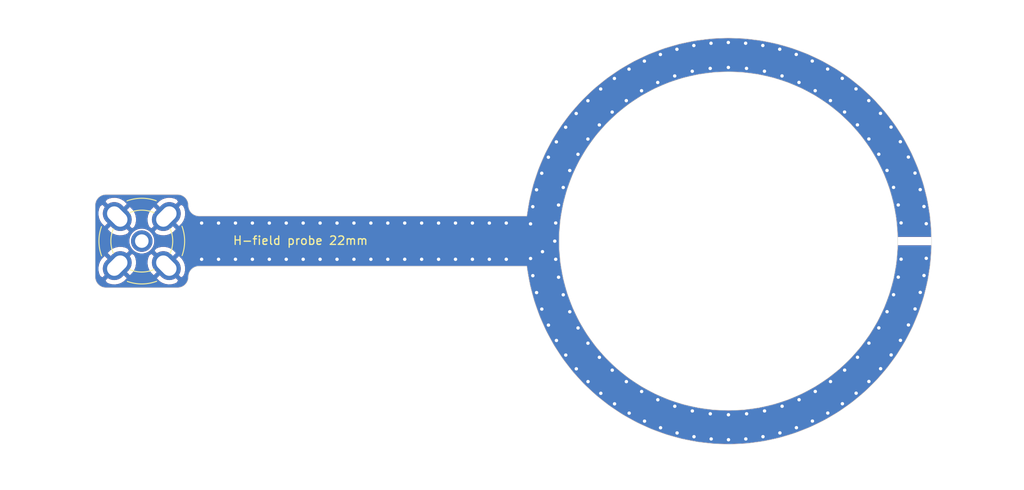
<source format=kicad_pcb>
(kicad_pcb (version 20171130) (host pcbnew "(5.1.5)-3")

  (general
    (thickness 1.6)
    (drawings 22)
    (tracks 169)
    (zones 0)
    (modules 1)
    (nets 3)
  )

  (page A4)
  (layers
    (0 F.Cu signal)
    (1 In1.Cu signal)
    (2 In2.Cu signal)
    (31 B.Cu signal)
    (32 B.Adhes user)
    (33 F.Adhes user)
    (34 B.Paste user)
    (35 F.Paste user)
    (36 B.SilkS user)
    (37 F.SilkS user)
    (38 B.Mask user)
    (39 F.Mask user)
    (40 Dwgs.User user)
    (41 Cmts.User user)
    (42 Eco1.User user)
    (43 Eco2.User user)
    (44 Edge.Cuts user)
    (45 Margin user)
    (46 B.CrtYd user)
    (47 F.CrtYd user)
    (48 B.Fab user hide)
    (49 F.Fab user hide)
  )

  (setup
    (last_trace_width 0.706149)
    (user_trace_width 0.23495)
    (trace_clearance 0.1)
    (zone_clearance 0)
    (zone_45_only no)
    (trace_min 0.2)
    (via_size 0.8)
    (via_drill 0.4)
    (via_min_size 0.4)
    (via_min_drill 0.3)
    (uvia_size 0.3)
    (uvia_drill 0.1)
    (uvias_allowed no)
    (uvia_min_size 0.2)
    (uvia_min_drill 0.1)
    (edge_width 0.05)
    (segment_width 0.2)
    (pcb_text_width 0.3)
    (pcb_text_size 1.5 1.5)
    (mod_edge_width 0.12)
    (mod_text_size 1 1)
    (mod_text_width 0.15)
    (pad_size 2.54 2.54)
    (pad_drill 1.6)
    (pad_to_mask_clearance 0.051)
    (solder_mask_min_width 0.25)
    (aux_axis_origin 0 0)
    (visible_elements 7FFFFF7F)
    (pcbplotparams
      (layerselection 0x010fc_ffffffff)
      (usegerberextensions false)
      (usegerberattributes false)
      (usegerberadvancedattributes false)
      (creategerberjobfile false)
      (excludeedgelayer true)
      (linewidth 0.100000)
      (plotframeref false)
      (viasonmask false)
      (mode 1)
      (useauxorigin false)
      (hpglpennumber 1)
      (hpglpenspeed 20)
      (hpglpendiameter 15.000000)
      (psnegative false)
      (psa4output false)
      (plotreference true)
      (plotvalue true)
      (plotinvisibletext false)
      (padsonsilk false)
      (subtractmaskfromsilk false)
      (outputformat 1)
      (mirror false)
      (drillshape 1)
      (scaleselection 1)
      (outputdirectory ""))
  )

  (net 0 "")
  (net 1 "Net-(J1-Pad1)")
  (net 2 GND)

  (net_class Default "This is the default net class."
    (clearance 0.1)
    (trace_width 0.706149)
    (via_dia 0.8)
    (via_drill 0.4)
    (uvia_dia 0.3)
    (uvia_drill 0.1)
    (add_net GND)
    (add_net "Net-(J1-Pad1)")
  )

  (module _Custom:BNC_SMA_Vertical (layer F.Cu) (tedit 5E57CA4A) (tstamp 5E56994B)
    (at 110.88 96.27)
    (descr "BNC female PCB mount 4 pin straight chassis connector http://www.te.com/usa-en/product-1-1478204-0.html")
    (tags "BNC female PCB mount 4 pin straight chassis connector ")
    (path /5E569AC0)
    (fp_text reference J1 (at -4.32 0 90) (layer F.SilkS) hide
      (effects (font (size 1 1) (thickness 0.15)))
    )
    (fp_text value Conn_Coaxial (at 0 6.5) (layer F.Fab)
      (effects (font (size 1 1) (thickness 0.15)))
    )
    (fp_arc (start 0 0) (end 1.45 3.355) (angle 46.74710926) (layer F.SilkS) (width 0.12))
    (fp_arc (start 0 0) (end -1.45 -3.355) (angle 46.74710926) (layer F.SilkS) (width 0.12))
    (fp_arc (start 0 0) (end -3.355 1.45) (angle 46.74710926) (layer F.SilkS) (width 0.12))
    (fp_arc (start 0 0) (end 3.355 -1.45) (angle 46.74710926) (layer F.SilkS) (width 0.12))
    (fp_circle (center 0 0) (end 3.175 0) (layer F.Fab) (width 0.1))
    (fp_arc (start 0 0) (end -1.75 -4.75) (angle 40) (layer F.SilkS) (width 0.12))
    (fp_arc (start 0 0) (end 4.75 -1.75) (angle 40) (layer F.SilkS) (width 0.12))
    (fp_arc (start 0 0) (end 1.75 4.75) (angle 40) (layer F.SilkS) (width 0.12))
    (fp_arc (start 0 0) (end -4.75 1.75) (angle 40) (layer F.SilkS) (width 0.12))
    (fp_circle (center 0 0) (end 4.8 0) (layer F.Fab) (width 0.1))
    (fp_line (start -5.5 -5.5) (end 5.5 -5.5) (layer F.CrtYd) (width 0.05))
    (fp_line (start -5.5 5.5) (end -5.5 -5.5) (layer F.CrtYd) (width 0.05))
    (fp_line (start 5.5 5.5) (end -5.5 5.5) (layer F.CrtYd) (width 0.05))
    (fp_line (start 5.5 -5.5) (end 5.5 5.5) (layer F.CrtYd) (width 0.05))
    (fp_text user %R (at 0 0) (layer F.Fab)
      (effects (font (size 1 1) (thickness 0.15)))
    )
    (pad 2 thru_hole oval (at 2.9 2.9 45) (size 2.7 3.7) (drill oval 1.7 2.7) (layers *.Cu *.Mask)
      (net 2 GND))
    (pad 2 thru_hole oval (at -2.9 2.9 315) (size 2.7 3.7) (drill oval 1.7 2.7) (layers *.Cu *.Mask)
      (net 2 GND))
    (pad 2 thru_hole oval (at 2.9 -2.9 315) (size 2.7 3.7) (drill oval 1.7 2.7) (layers *.Cu *.Mask)
      (net 2 GND))
    (pad 1 thru_hole circle (at 0 0) (size 2.54 2.54) (drill 1.6) (layers *.Cu *.Mask)
      (net 1 "Net-(J1-Pad1)") (clearance 0.2))
    (pad 2 thru_hole oval (at -2.9 -2.9 45) (size 2.7 3.7) (drill oval 1.7 2.7) (layers *.Cu *.Mask)
      (net 2 GND))
    (model ${KISYS3DMOD}/Connector_Coaxial.3dshapes/BNC_TEConnectivity_1478204_Vertical.wrl
      (at (xyz 0 0 0))
      (scale (xyz 1 1 1))
      (rotate (xyz 0 0 0))
    )
  )

  (gr_circle (center 180.2 96.27) (end 202.2 96.27) (layer Cmts.User) (width 0.01) (tstamp 5E57DB79))
  (gr_circle (center 180.2 96.27) (end 204.2 96.27) (layer Cmts.User) (width 0.01) (tstamp 5E57DB77))
  (dimension 40 (width 0.15) (layer Cmts.User)
    (gr_text "40.000 mm" (at 136.38 108.94) (layer Cmts.User)
      (effects (font (size 1 1) (thickness 0.15)))
    )
    (feature1 (pts (xy 156.38 93.31) (xy 156.38 108.226421)))
    (feature2 (pts (xy 116.38 93.31) (xy 116.38 108.226421)))
    (crossbar (pts (xy 116.38 107.64) (xy 156.38 107.64)))
    (arrow1a (pts (xy 156.38 107.64) (xy 155.253496 108.226421)))
    (arrow1b (pts (xy 156.38 107.64) (xy 155.253496 107.053579)))
    (arrow2a (pts (xy 116.38 107.64) (xy 117.506504 108.226421)))
    (arrow2b (pts (xy 116.38 107.64) (xy 117.506504 107.053579)))
  )
  (dimension 11 (width 0.12) (layer Cmts.User) (tstamp 5E57C759)
    (gr_text "11.000 mm" (at 116.38 104.68) (layer Cmts.User) (tstamp 5E57C759)
      (effects (font (size 1 1) (thickness 0.15)))
    )
    (feature1 (pts (xy 121.88 96.27) (xy 121.88 103.996421)))
    (feature2 (pts (xy 110.88 96.27) (xy 110.88 103.996421)))
    (crossbar (pts (xy 110.88 103.41) (xy 121.88 103.41)))
    (arrow1a (pts (xy 121.88 103.41) (xy 120.753496 103.996421)))
    (arrow1b (pts (xy 121.88 103.41) (xy 120.753496 102.823579)))
    (arrow2a (pts (xy 110.88 103.41) (xy 112.006504 103.996421)))
    (arrow2b (pts (xy 110.88 103.41) (xy 112.006504 102.823579)))
  )
  (gr_circle (center 180.2 96.27) (end 200.2 96.27) (layer Edge.Cuts) (width 0.05) (tstamp 5E57BFE1))
  (gr_arc (start 180.2 96.27) (end 156.38 99.23) (angle -345.8328673) (layer Edge.Cuts) (width 0.05) (tstamp 5E57C065))
  (gr_arc (start 180.2 96.27) (end 158.23 97.52) (angle -356.7436234) (layer In1.Cu) (width 0.23495) (tstamp 5E57C322))
  (gr_text "H-field probe 22mm" (at 121.58 96.2075) (layer F.SilkS)
    (effects (font (size 1 1) (thickness 0.15)) (justify left))
  )
  (dimension 2.96 (width 0.15) (layer Cmts.User)
    (gr_text "2.960 mm" (at 117.925 94.79 90) (layer Cmts.User)
      (effects (font (size 0.3 0.3) (thickness 0.075)))
    )
    (feature1 (pts (xy 119.655 93.31) (xy 118.563579 93.31)))
    (feature2 (pts (xy 119.655 96.27) (xy 118.563579 96.27)))
    (crossbar (pts (xy 119.15 96.27) (xy 119.15 93.31)))
    (arrow1a (pts (xy 119.15 93.31) (xy 119.736421 94.436504)))
    (arrow1b (pts (xy 119.15 93.31) (xy 118.563579 94.436504)))
    (arrow2a (pts (xy 119.15 96.27) (xy 119.736421 95.143496)))
    (arrow2b (pts (xy 119.15 96.27) (xy 118.563579 95.143496)))
  )
  (dimension 5.5 (width 0.15) (layer Cmts.User)
    (gr_text "5.500 mm" (at 101.65 93.52 90) (layer Cmts.User)
      (effects (font (size 0.7 0.7) (thickness 0.15)))
    )
    (feature1 (pts (xy 110.88 90.77) (xy 102.363579 90.77)))
    (feature2 (pts (xy 110.88 96.27) (xy 102.363579 96.27)))
    (crossbar (pts (xy 102.95 96.27) (xy 102.95 90.77)))
    (arrow1a (pts (xy 102.95 90.77) (xy 103.536421 91.896504)))
    (arrow1b (pts (xy 102.95 90.77) (xy 102.363579 91.896504)))
    (arrow2a (pts (xy 102.95 96.27) (xy 103.536421 95.143496)))
    (arrow2b (pts (xy 102.95 96.27) (xy 102.363579 95.143496)))
  )
  (gr_line (start 117.649999 93.310002) (end 156.38 93.31) (layer Edge.Cuts) (width 0.05) (tstamp 5E569BFD))
  (gr_line (start 117.650001 99.230002) (end 156.38 99.23) (layer Edge.Cuts) (width 0.05))
  (gr_line (start 106.649998 101.77) (end 115.109999 101.77) (layer Edge.Cuts) (width 0.05) (tstamp 5E569BED))
  (gr_arc (start 117.65 92.040002) (end 116.38 92.040001) (angle -90) (layer Edge.Cuts) (width 0.05) (tstamp 5E569BDC))
  (gr_arc (start 115.11 92.04) (end 116.38 92.040001) (angle -90) (layer Edge.Cuts) (width 0.05) (tstamp 5E569BD3))
  (gr_arc (start 117.65 100.500002) (end 117.650001 99.230002) (angle -90) (layer Edge.Cuts) (width 0.05) (tstamp 5E569BB2))
  (gr_arc (start 115.11 100.5) (end 115.109999 101.77) (angle -90) (layer Edge.Cuts) (width 0.05) (tstamp 5E569BA8))
  (gr_arc (start 106.65 100.500001) (end 105.38 100.5) (angle -90) (layer Edge.Cuts) (width 0.05) (tstamp 5E569B8F))
  (gr_arc (start 106.65 92.04) (end 106.65 90.77) (angle -90) (layer Edge.Cuts) (width 0.05) (tstamp 5E569C32))
  (dimension 11 (width 0.15) (layer Cmts.User)
    (gr_text "11.000 mm" (at 97.79 96.27 270) (layer Cmts.User)
      (effects (font (size 1 1) (thickness 0.15)))
    )
    (feature1 (pts (xy 105.38 101.77) (xy 98.503579 101.77)))
    (feature2 (pts (xy 105.38 90.77) (xy 98.503579 90.77)))
    (crossbar (pts (xy 99.09 90.77) (xy 99.09 101.77)))
    (arrow1a (pts (xy 99.09 101.77) (xy 98.503579 100.643496)))
    (arrow1b (pts (xy 99.09 101.77) (xy 99.676421 100.643496)))
    (arrow2a (pts (xy 99.09 90.77) (xy 98.503579 91.896504)))
    (arrow2b (pts (xy 99.09 90.77) (xy 99.676421 91.896504)))
  )
  (gr_line (start 105.38 100.5) (end 105.38 92.04) (layer Edge.Cuts) (width 0.05) (tstamp 5E569963))
  (gr_line (start 106.65 90.77) (end 115.110001 90.77) (layer Edge.Cuts) (width 0.05))

  (segment (start 110.88 96.27) (end 158.19 96.27) (width 0.23495) (layer In1.Cu) (net 1))
  (via (at 158.23 97.52) (size 0.8) (drill 0.4) (layers F.Cu B.Cu) (net 2) (tstamp 5E57C329))
  (via (at 153.95 98.42) (size 0.8) (drill 0.4) (layers F.Cu B.Cu) (net 2) (tstamp 5E57BF42))
  (via (at 151.95 98.42) (size 0.8) (drill 0.4) (layers F.Cu B.Cu) (net 2) (tstamp 5E57BF44))
  (via (at 149.95 98.42) (size 0.8) (drill 0.4) (layers F.Cu B.Cu) (net 2) (tstamp 5E57BF46))
  (via (at 147.95 98.42) (size 0.8) (drill 0.4) (layers F.Cu B.Cu) (net 2) (tstamp 5E57BF48))
  (via (at 145.95 98.42) (size 0.8) (drill 0.4) (layers F.Cu B.Cu) (net 2) (tstamp 5E57BF4A))
  (via (at 143.95 98.42) (size 0.8) (drill 0.4) (layers F.Cu B.Cu) (net 2) (tstamp 5E57BF4C))
  (via (at 141.95 98.42) (size 0.8) (drill 0.4) (layers F.Cu B.Cu) (net 2) (tstamp 5E57BF4E))
  (via (at 139.95 98.42) (size 0.8) (drill 0.4) (layers F.Cu B.Cu) (net 2) (tstamp 5E57BF50))
  (via (at 137.95 98.42) (size 0.8) (drill 0.4) (layers F.Cu B.Cu) (net 2) (tstamp 5E57BF52))
  (via (at 135.95 98.42) (size 0.8) (drill 0.4) (layers F.Cu B.Cu) (net 2) (tstamp 5E57BF54))
  (via (at 133.95 98.42) (size 0.8) (drill 0.4) (layers F.Cu B.Cu) (net 2) (tstamp 5E57BF56))
  (via (at 131.95 98.42) (size 0.8) (drill 0.4) (layers F.Cu B.Cu) (net 2) (tstamp 5E57BF58))
  (via (at 129.95 98.42) (size 0.8) (drill 0.4) (layers F.Cu B.Cu) (net 2) (tstamp 5E57BF5A))
  (via (at 127.95 98.42) (size 0.8) (drill 0.4) (layers F.Cu B.Cu) (net 2) (tstamp 5E57BF5C))
  (via (at 125.95 98.42) (size 0.8) (drill 0.4) (layers F.Cu B.Cu) (net 2) (tstamp 5E57BF5E))
  (via (at 123.95 98.42) (size 0.8) (drill 0.4) (layers F.Cu B.Cu) (net 2) (tstamp 5E57BF60))
  (via (at 121.95 98.42) (size 0.8) (drill 0.4) (layers F.Cu B.Cu) (net 2) (tstamp 5E57BF62))
  (via (at 119.95 98.42) (size 0.8) (drill 0.4) (layers F.Cu B.Cu) (net 2) (tstamp 5E57BF64))
  (via (at 117.95 98.42) (size 0.8) (drill 0.4) (layers F.Cu B.Cu) (net 2) (tstamp 5E57BF66))
  (via (at 153.95 94.14) (size 0.8) (drill 0.4) (layers F.Cu B.Cu) (net 2) (tstamp 5E57BF96))
  (via (at 151.95 94.14) (size 0.8) (drill 0.4) (layers F.Cu B.Cu) (net 2) (tstamp 5E57BF98))
  (via (at 149.95 94.14) (size 0.8) (drill 0.4) (layers F.Cu B.Cu) (net 2) (tstamp 5E57BF9A))
  (via (at 147.95 94.14) (size 0.8) (drill 0.4) (layers F.Cu B.Cu) (net 2) (tstamp 5E57BF9C))
  (via (at 145.95 94.14) (size 0.8) (drill 0.4) (layers F.Cu B.Cu) (net 2) (tstamp 5E57BF9E))
  (via (at 143.95 94.14) (size 0.8) (drill 0.4) (layers F.Cu B.Cu) (net 2) (tstamp 5E57BFA0))
  (via (at 141.95 94.14) (size 0.8) (drill 0.4) (layers F.Cu B.Cu) (net 2) (tstamp 5E57BFA2))
  (via (at 139.95 94.14) (size 0.8) (drill 0.4) (layers F.Cu B.Cu) (net 2) (tstamp 5E57BFA4))
  (via (at 137.95 94.14) (size 0.8) (drill 0.4) (layers F.Cu B.Cu) (net 2) (tstamp 5E57BFA6))
  (via (at 135.95 94.14) (size 0.8) (drill 0.4) (layers F.Cu B.Cu) (net 2) (tstamp 5E57BFA8))
  (via (at 133.95 94.14) (size 0.8) (drill 0.4) (layers F.Cu B.Cu) (net 2) (tstamp 5E57BFAA))
  (via (at 131.95 94.14) (size 0.8) (drill 0.4) (layers F.Cu B.Cu) (net 2) (tstamp 5E57BFAC))
  (via (at 129.95 94.14) (size 0.8) (drill 0.4) (layers F.Cu B.Cu) (net 2) (tstamp 5E57BFAE))
  (via (at 127.95 94.14) (size 0.8) (drill 0.4) (layers F.Cu B.Cu) (net 2) (tstamp 5E57BFB0))
  (via (at 125.95 94.14) (size 0.8) (drill 0.4) (layers F.Cu B.Cu) (net 2) (tstamp 5E57BFB2))
  (via (at 123.95 94.14) (size 0.8) (drill 0.4) (layers F.Cu B.Cu) (net 2) (tstamp 5E57BFB4))
  (via (at 121.95 94.14) (size 0.8) (drill 0.4) (layers F.Cu B.Cu) (net 2) (tstamp 5E57BFB6))
  (via (at 119.95 94.14) (size 0.8) (drill 0.4) (layers F.Cu B.Cu) (net 2) (tstamp 5E57BFB8))
  (via (at 117.95 94.14) (size 0.8) (drill 0.4) (layers F.Cu B.Cu) (net 2) (tstamp 5E57BFBA))
  (via (at 159.68 96.275) (size 0.8) (drill 0.4) (layers F.Cu B.Cu) (net 2) (tstamp 5E57CA05))
  (via (at 156.820182 98.325507) (size 0.8) (drill 0.4) (layers F.Cu B.Cu) (net 2) (tstamp 5E57C406))
  (via (at 157.088299 100.355371) (size 0.8) (drill 0.4) (layers F.Cu B.Cu) (net 2) (tstamp 5E57C408))
  (via (at 157.532309 102.354142) (size 0.8) (drill 0.4) (layers F.Cu B.Cu) (net 2) (tstamp 5E57C40A))
  (via (at 158.148834 104.30661) (size 0.8) (drill 0.4) (layers F.Cu B.Cu) (net 2) (tstamp 5E57C40C))
  (via (at 158.933182 106.197914) (size 0.8) (drill 0.4) (layers F.Cu B.Cu) (net 2) (tstamp 5E57C40E))
  (via (at 159.879384 108.01366) (size 0.8) (drill 0.4) (layers F.Cu B.Cu) (net 2) (tstamp 5E57C410))
  (via (at 160.980237 109.74003) (size 0.8) (drill 0.4) (layers F.Cu B.Cu) (net 2) (tstamp 5E57C412))
  (via (at 162.227365 111.363886) (size 0.8) (drill 0.4) (layers F.Cu B.Cu) (net 2) (tstamp 5E57C414))
  (via (at 163.611275 112.872867) (size 0.8) (drill 0.4) (layers F.Cu B.Cu) (net 2) (tstamp 5E57C416))
  (via (at 165.121435 114.255491) (size 0.8) (drill 0.4) (layers F.Cu B.Cu) (net 2) (tstamp 5E57C418))
  (via (at 166.746353 115.501234) (size 0.8) (drill 0.4) (layers F.Cu B.Cu) (net 2) (tstamp 5E57C41A))
  (via (at 168.47366 116.600616) (size 0.8) (drill 0.4) (layers F.Cu B.Cu) (net 2) (tstamp 5E57C41C))
  (via (at 170.290212 117.54527) (size 0.8) (drill 0.4) (layers F.Cu B.Cu) (net 2) (tstamp 5E57C41E))
  (via (at 172.182184 118.328006) (size 0.8) (drill 0.4) (layers F.Cu B.Cu) (net 2) (tstamp 5E57C420))
  (via (at 174.135176 118.942867) (size 0.8) (drill 0.4) (layers F.Cu B.Cu) (net 2) (tstamp 5E57C422))
  (via (at 176.134325 119.385174) (size 0.8) (drill 0.4) (layers F.Cu B.Cu) (net 2) (tstamp 5E57C424))
  (via (at 178.164417 119.651561) (size 0.8) (drill 0.4) (layers F.Cu B.Cu) (net 2) (tstamp 5E57C426))
  (via (at 180.21 119.74) (size 0.8) (drill 0.4) (layers F.Cu B.Cu) (net 2) (tstamp 5E57C428))
  (via (at 182.255507 119.649818) (size 0.8) (drill 0.4) (layers F.Cu B.Cu) (net 2) (tstamp 5E57C42A))
  (via (at 184.285371 119.381701) (size 0.8) (drill 0.4) (layers F.Cu B.Cu) (net 2) (tstamp 5E57C42C))
  (via (at 186.284142 118.937691) (size 0.8) (drill 0.4) (layers F.Cu B.Cu) (net 2) (tstamp 5E57C42E))
  (via (at 188.23661 118.321166) (size 0.8) (drill 0.4) (layers F.Cu B.Cu) (net 2) (tstamp 5E57C430))
  (via (at 190.127914 117.536818) (size 0.8) (drill 0.4) (layers F.Cu B.Cu) (net 2) (tstamp 5E57C432))
  (via (at 191.94366 116.590616) (size 0.8) (drill 0.4) (layers F.Cu B.Cu) (net 2) (tstamp 5E57C434))
  (via (at 193.67003 115.489763) (size 0.8) (drill 0.4) (layers F.Cu B.Cu) (net 2) (tstamp 5E57C436))
  (via (at 195.293886 114.242635) (size 0.8) (drill 0.4) (layers F.Cu B.Cu) (net 2) (tstamp 5E57C438))
  (via (at 196.802867 112.858725) (size 0.8) (drill 0.4) (layers F.Cu B.Cu) (net 2) (tstamp 5E57C43A))
  (via (at 198.185491 111.348565) (size 0.8) (drill 0.4) (layers F.Cu B.Cu) (net 2) (tstamp 5E57C43C))
  (via (at 199.431234 109.723647) (size 0.8) (drill 0.4) (layers F.Cu B.Cu) (net 2) (tstamp 5E57C43E))
  (via (at 200.530616 107.99634) (size 0.8) (drill 0.4) (layers F.Cu B.Cu) (net 2) (tstamp 5E57C440))
  (via (at 201.47527 106.179788) (size 0.8) (drill 0.4) (layers F.Cu B.Cu) (net 2) (tstamp 5E57C442))
  (via (at 202.258006 104.287816) (size 0.8) (drill 0.4) (layers F.Cu B.Cu) (net 2) (tstamp 5E57C444))
  (via (at 202.872867 102.334824) (size 0.8) (drill 0.4) (layers F.Cu B.Cu) (net 2) (tstamp 5E57C446))
  (via (at 203.315174 100.335675) (size 0.8) (drill 0.4) (layers F.Cu B.Cu) (net 2) (tstamp 5E57C448))
  (via (at 203.581561 98.305583) (size 0.8) (drill 0.4) (layers F.Cu B.Cu) (net 2) (tstamp 5E57C44A))
  (via (at 203.579818 94.214493) (size 0.8) (drill 0.4) (layers F.Cu B.Cu) (net 2) (tstamp 5E57C44E))
  (via (at 203.311701 92.184629) (size 0.8) (drill 0.4) (layers F.Cu B.Cu) (net 2) (tstamp 5E57C450))
  (via (at 202.867691 90.185858) (size 0.8) (drill 0.4) (layers F.Cu B.Cu) (net 2) (tstamp 5E57C452))
  (via (at 202.251166 88.23339) (size 0.8) (drill 0.4) (layers F.Cu B.Cu) (net 2) (tstamp 5E57C454))
  (via (at 201.466818 86.342086) (size 0.8) (drill 0.4) (layers F.Cu B.Cu) (net 2) (tstamp 5E57C456))
  (via (at 200.520616 84.52634) (size 0.8) (drill 0.4) (layers F.Cu B.Cu) (net 2) (tstamp 5E57C458))
  (via (at 199.419763 82.79997) (size 0.8) (drill 0.4) (layers F.Cu B.Cu) (net 2) (tstamp 5E57C45A))
  (via (at 198.172635 81.176114) (size 0.8) (drill 0.4) (layers F.Cu B.Cu) (net 2) (tstamp 5E57C45C))
  (via (at 196.788725 79.667133) (size 0.8) (drill 0.4) (layers F.Cu B.Cu) (net 2) (tstamp 5E57C45E))
  (via (at 195.278565 78.284509) (size 0.8) (drill 0.4) (layers F.Cu B.Cu) (net 2) (tstamp 5E57C460))
  (via (at 193.653647 77.038766) (size 0.8) (drill 0.4) (layers F.Cu B.Cu) (net 2) (tstamp 5E57C462))
  (via (at 191.92634 75.939384) (size 0.8) (drill 0.4) (layers F.Cu B.Cu) (net 2) (tstamp 5E57C464))
  (via (at 190.109788 74.99473) (size 0.8) (drill 0.4) (layers F.Cu B.Cu) (net 2) (tstamp 5E57C466))
  (via (at 188.217816 74.211994) (size 0.8) (drill 0.4) (layers F.Cu B.Cu) (net 2) (tstamp 5E57C468))
  (via (at 186.264824 73.597133) (size 0.8) (drill 0.4) (layers F.Cu B.Cu) (net 2) (tstamp 5E57C46A))
  (via (at 184.265675 73.154826) (size 0.8) (drill 0.4) (layers F.Cu B.Cu) (net 2) (tstamp 5E57C46C))
  (via (at 182.235583 72.888439) (size 0.8) (drill 0.4) (layers F.Cu B.Cu) (net 2) (tstamp 5E57C46E))
  (via (at 180.19 72.8) (size 0.8) (drill 0.4) (layers F.Cu B.Cu) (net 2) (tstamp 5E57C470))
  (via (at 178.144493 72.890182) (size 0.8) (drill 0.4) (layers F.Cu B.Cu) (net 2) (tstamp 5E57C472))
  (via (at 176.114629 73.158299) (size 0.8) (drill 0.4) (layers F.Cu B.Cu) (net 2) (tstamp 5E57C474))
  (via (at 174.115858 73.602309) (size 0.8) (drill 0.4) (layers F.Cu B.Cu) (net 2) (tstamp 5E57C476))
  (via (at 172.16339 74.218834) (size 0.8) (drill 0.4) (layers F.Cu B.Cu) (net 2) (tstamp 5E57C478))
  (via (at 170.272086 75.003182) (size 0.8) (drill 0.4) (layers F.Cu B.Cu) (net 2) (tstamp 5E57C47A))
  (via (at 168.45634 75.949384) (size 0.8) (drill 0.4) (layers F.Cu B.Cu) (net 2) (tstamp 5E57C47C))
  (via (at 166.72997 77.050237) (size 0.8) (drill 0.4) (layers F.Cu B.Cu) (net 2) (tstamp 5E57C47E))
  (via (at 165.106114 78.297365) (size 0.8) (drill 0.4) (layers F.Cu B.Cu) (net 2) (tstamp 5E57C480))
  (via (at 163.597133 79.681275) (size 0.8) (drill 0.4) (layers F.Cu B.Cu) (net 2) (tstamp 5E57C482))
  (via (at 162.214509 81.191435) (size 0.8) (drill 0.4) (layers F.Cu B.Cu) (net 2) (tstamp 5E57C484))
  (via (at 160.968766 82.816353) (size 0.8) (drill 0.4) (layers F.Cu B.Cu) (net 2) (tstamp 5E57C486))
  (via (at 159.869384 84.54366) (size 0.8) (drill 0.4) (layers F.Cu B.Cu) (net 2) (tstamp 5E57C488))
  (via (at 158.92473 86.360212) (size 0.8) (drill 0.4) (layers F.Cu B.Cu) (net 2) (tstamp 5E57C48A))
  (via (at 158.141994 88.252184) (size 0.8) (drill 0.4) (layers F.Cu B.Cu) (net 2) (tstamp 5E57C48C))
  (via (at 157.527133 90.205176) (size 0.8) (drill 0.4) (layers F.Cu B.Cu) (net 2) (tstamp 5E57C48E))
  (via (at 157.084826 92.204325) (size 0.8) (drill 0.4) (layers F.Cu B.Cu) (net 2) (tstamp 5E57C490))
  (via (at 156.818439 94.234417) (size 0.8) (drill 0.4) (layers F.Cu B.Cu) (net 2) (tstamp 5E57C492))
  (via (at 159.792933 98.419897) (size 0.8) (drill 0.4) (layers F.Cu B.Cu) (net 2) (tstamp 5E57C4B6))
  (via (at 160.129451 100.541239) (size 0.8) (drill 0.4) (layers F.Cu B.Cu) (net 2) (tstamp 5E57C4B8))
  (via (at 160.685865 102.615784) (size 0.8) (drill 0.4) (layers F.Cu B.Cu) (net 2) (tstamp 5E57C4BA))
  (via (at 161.456081 104.620804) (size 0.8) (drill 0.4) (layers F.Cu B.Cu) (net 2) (tstamp 5E57C4BC))
  (via (at 162.431659 106.53433) (size 0.8) (drill 0.4) (layers F.Cu B.Cu) (net 2) (tstamp 5E57C4BE))
  (via (at 163.60191 108.335398) (size 0.8) (drill 0.4) (layers F.Cu B.Cu) (net 2) (tstamp 5E57C4C0))
  (via (at 164.954014 110.004276) (size 0.8) (drill 0.4) (layers F.Cu B.Cu) (net 2) (tstamp 5E57C4C2))
  (via (at 166.473156 111.522677) (size 0.8) (drill 0.4) (layers F.Cu B.Cu) (net 2) (tstamp 5E57C4C4))
  (via (at 168.142692 112.873968) (size 0.8) (drill 0.4) (layers F.Cu B.Cu) (net 2) (tstamp 5E57C4C6))
  (via (at 169.94433 114.043341) (size 0.8) (drill 0.4) (layers F.Cu B.Cu) (net 2) (tstamp 5E57C4C8))
  (via (at 171.858332 115.017986) (size 0.8) (drill 0.4) (layers F.Cu B.Cu) (net 2) (tstamp 5E57C4CA))
  (via (at 173.863727 115.787225) (size 0.8) (drill 0.4) (layers F.Cu B.Cu) (net 2) (tstamp 5E57C4CC))
  (via (at 175.938543 116.342628) (size 0.8) (drill 0.4) (layers F.Cu B.Cu) (net 2) (tstamp 5E57C4CE))
  (via (at 178.060049 116.678112) (size 0.8) (drill 0.4) (layers F.Cu B.Cu) (net 2) (tstamp 5E57C4D0))
  (via (at 180.205 116.79) (size 0.8) (drill 0.4) (layers F.Cu B.Cu) (net 2) (tstamp 5E57C4D2))
  (via (at 182.349897 116.677067) (size 0.8) (drill 0.4) (layers F.Cu B.Cu) (net 2) (tstamp 5E57C4D4))
  (via (at 184.471239 116.340549) (size 0.8) (drill 0.4) (layers F.Cu B.Cu) (net 2) (tstamp 5E57C4D6))
  (via (at 186.545784 115.784135) (size 0.8) (drill 0.4) (layers F.Cu B.Cu) (net 2) (tstamp 5E57C4D8))
  (via (at 188.550804 115.013919) (size 0.8) (drill 0.4) (layers F.Cu B.Cu) (net 2) (tstamp 5E57C4DA))
  (via (at 190.46433 114.038341) (size 0.8) (drill 0.4) (layers F.Cu B.Cu) (net 2) (tstamp 5E57C4DC))
  (via (at 192.265398 112.86809) (size 0.8) (drill 0.4) (layers F.Cu B.Cu) (net 2) (tstamp 5E57C4DE))
  (via (at 193.934276 111.515986) (size 0.8) (drill 0.4) (layers F.Cu B.Cu) (net 2) (tstamp 5E57C4E0))
  (via (at 195.452677 109.996844) (size 0.8) (drill 0.4) (layers F.Cu B.Cu) (net 2) (tstamp 5E57C4E2))
  (via (at 196.803968 108.327308) (size 0.8) (drill 0.4) (layers F.Cu B.Cu) (net 2) (tstamp 5E57C4E4))
  (via (at 197.973341 106.52567) (size 0.8) (drill 0.4) (layers F.Cu B.Cu) (net 2) (tstamp 5E57C4E6))
  (via (at 198.947986 104.611668) (size 0.8) (drill 0.4) (layers F.Cu B.Cu) (net 2) (tstamp 5E57C4E8))
  (via (at 199.717225 102.606273) (size 0.8) (drill 0.4) (layers F.Cu B.Cu) (net 2) (tstamp 5E57C4EA))
  (via (at 200.272628 100.531457) (size 0.8) (drill 0.4) (layers F.Cu B.Cu) (net 2) (tstamp 5E57C4EC))
  (via (at 200.608112 98.409951) (size 0.8) (drill 0.4) (layers F.Cu B.Cu) (net 2) (tstamp 5E57C4EE))
  (via (at 200.607067 94.120103) (size 0.8) (drill 0.4) (layers F.Cu B.Cu) (net 2) (tstamp 5E57C4F2))
  (via (at 200.270549 91.998761) (size 0.8) (drill 0.4) (layers F.Cu B.Cu) (net 2) (tstamp 5E57C4F4))
  (via (at 199.714135 89.924216) (size 0.8) (drill 0.4) (layers F.Cu B.Cu) (net 2) (tstamp 5E57C4F6))
  (via (at 198.943919 87.919196) (size 0.8) (drill 0.4) (layers F.Cu B.Cu) (net 2) (tstamp 5E57C4F8))
  (via (at 197.968341 86.00567) (size 0.8) (drill 0.4) (layers F.Cu B.Cu) (net 2) (tstamp 5E57C4FA))
  (via (at 196.79809 84.204602) (size 0.8) (drill 0.4) (layers F.Cu B.Cu) (net 2) (tstamp 5E57C4FC))
  (via (at 195.445986 82.535724) (size 0.8) (drill 0.4) (layers F.Cu B.Cu) (net 2) (tstamp 5E57C4FE))
  (via (at 193.926844 81.017323) (size 0.8) (drill 0.4) (layers F.Cu B.Cu) (net 2) (tstamp 5E57C500))
  (via (at 192.257308 79.666032) (size 0.8) (drill 0.4) (layers F.Cu B.Cu) (net 2) (tstamp 5E57C502))
  (via (at 190.45567 78.496659) (size 0.8) (drill 0.4) (layers F.Cu B.Cu) (net 2) (tstamp 5E57C504))
  (via (at 188.541668 77.522014) (size 0.8) (drill 0.4) (layers F.Cu B.Cu) (net 2) (tstamp 5E57C506))
  (via (at 186.536273 76.752775) (size 0.8) (drill 0.4) (layers F.Cu B.Cu) (net 2) (tstamp 5E57C508))
  (via (at 184.461457 76.197372) (size 0.8) (drill 0.4) (layers F.Cu B.Cu) (net 2) (tstamp 5E57C50A))
  (via (at 182.339951 75.861888) (size 0.8) (drill 0.4) (layers F.Cu B.Cu) (net 2) (tstamp 5E57C50C))
  (via (at 180.195 75.75) (size 0.8) (drill 0.4) (layers F.Cu B.Cu) (net 2) (tstamp 5E57C50E))
  (via (at 178.050103 75.862933) (size 0.8) (drill 0.4) (layers F.Cu B.Cu) (net 2) (tstamp 5E57C510))
  (via (at 175.928761 76.199451) (size 0.8) (drill 0.4) (layers F.Cu B.Cu) (net 2) (tstamp 5E57C512))
  (via (at 173.854216 76.755865) (size 0.8) (drill 0.4) (layers F.Cu B.Cu) (net 2) (tstamp 5E57C514))
  (via (at 171.849196 77.526081) (size 0.8) (drill 0.4) (layers F.Cu B.Cu) (net 2) (tstamp 5E57C516))
  (via (at 169.93567 78.501659) (size 0.8) (drill 0.4) (layers F.Cu B.Cu) (net 2) (tstamp 5E57C518))
  (via (at 168.134602 79.67191) (size 0.8) (drill 0.4) (layers F.Cu B.Cu) (net 2) (tstamp 5E57C51A))
  (via (at 166.465724 81.024014) (size 0.8) (drill 0.4) (layers F.Cu B.Cu) (net 2) (tstamp 5E57C51C))
  (via (at 164.947323 82.543156) (size 0.8) (drill 0.4) (layers F.Cu B.Cu) (net 2) (tstamp 5E57C51E))
  (via (at 163.596032 84.212692) (size 0.8) (drill 0.4) (layers F.Cu B.Cu) (net 2) (tstamp 5E57C520))
  (via (at 162.426659 86.01433) (size 0.8) (drill 0.4) (layers F.Cu B.Cu) (net 2) (tstamp 5E57C522))
  (via (at 161.452014 87.928332) (size 0.8) (drill 0.4) (layers F.Cu B.Cu) (net 2) (tstamp 5E57C524))
  (via (at 160.682775 89.933727) (size 0.8) (drill 0.4) (layers F.Cu B.Cu) (net 2) (tstamp 5E57C526))
  (via (at 160.127372 92.008543) (size 0.8) (drill 0.4) (layers F.Cu B.Cu) (net 2) (tstamp 5E57C528))
  (via (at 159.791888 94.130049) (size 0.8) (drill 0.4) (layers F.Cu B.Cu) (net 2) (tstamp 5E57C52A))

  (zone (net 2) (net_name GND) (layer F.Cu) (tstamp 0) (hatch edge 0.508)
    (connect_pads (clearance 0))
    (min_thickness 0.0254)
    (fill yes (arc_segments 32) (thermal_gap 0.508) (thermal_bridge_width 0.508))
    (polygon
      (pts
        (xy 215.15125 125.7125) (xy 105.36875 125.2075) (xy 104.835 67.78) (xy 214.6175 68.285)
      )
    )
    (filled_polygon
      (pts
        (xy 182.073463 72.377863) (xy 183.98355 72.605071) (xy 185.869251 72.984732) (xy 187.718451 73.514406) (xy 189.519205 74.190676)
        (xy 191.259921 75.009184) (xy 192.929394 75.964665) (xy 194.516866 77.050961) (xy 196.012087 78.261057) (xy 197.405462 79.587188)
        (xy 198.687979 81.020778) (xy 199.851391 82.552604) (xy 200.888215 84.172815) (xy 201.791762 85.870964) (xy 202.556202 87.636095)
        (xy 203.17662 89.456849) (xy 203.649017 91.321491) (xy 203.970349 93.21801) (xy 204.138548 95.13421) (xy 204.143077 95.7573)
        (xy 200.237503 95.7573) (xy 200.237503 95.370115) (xy 200.076173 93.577589) (xy 199.754812 91.806742) (xy 199.276006 90.07183)
        (xy 198.643612 88.386822) (xy 197.862721 86.765285) (xy 196.93962 85.220274) (xy 195.881741 83.764229) (xy 194.697603 82.408873)
        (xy 193.396738 81.165118) (xy 191.98962 80.04298) (xy 190.48758 79.051492) (xy 188.90271 78.198637) (xy 187.247771 77.491282)
        (xy 185.536087 76.935122) (xy 183.781441 76.534635) (xy 181.997958 76.293046) (xy 180.2 76.2123) (xy 178.402042 76.293046)
        (xy 176.618559 76.534635) (xy 174.863913 76.935122) (xy 173.152229 77.491282) (xy 171.49729 78.198637) (xy 169.91242 79.051492)
        (xy 168.41038 80.04298) (xy 167.003262 81.165118) (xy 165.702397 82.408873) (xy 164.518259 83.764229) (xy 163.46038 85.220274)
        (xy 162.537279 86.765285) (xy 161.756388 88.386822) (xy 161.123994 90.07183) (xy 160.645188 91.806742) (xy 160.323827 93.577589)
        (xy 160.162497 95.370115) (xy 160.162497 97.169885) (xy 160.323827 98.962411) (xy 160.645188 100.733258) (xy 161.123994 102.46817)
        (xy 161.756388 104.153178) (xy 162.537279 105.774715) (xy 163.46038 107.319726) (xy 164.518259 108.775771) (xy 165.702397 110.131127)
        (xy 167.003262 111.374882) (xy 168.41038 112.49702) (xy 169.91242 113.488508) (xy 171.49729 114.341363) (xy 173.152229 115.048718)
        (xy 174.863913 115.604878) (xy 176.618559 116.005365) (xy 178.402042 116.246954) (xy 180.2 116.3277) (xy 181.997958 116.246954)
        (xy 183.781441 116.005365) (xy 185.536087 115.604878) (xy 187.247771 115.048718) (xy 188.90271 114.341363) (xy 190.48758 113.488508)
        (xy 191.98962 112.49702) (xy 193.396738 111.374882) (xy 194.697603 110.131127) (xy 195.881741 108.775771) (xy 196.93962 107.319726)
        (xy 197.862721 105.774715) (xy 198.643612 104.153178) (xy 199.276006 102.46817) (xy 199.754812 100.733258) (xy 200.076173 98.962411)
        (xy 200.237503 97.169885) (xy 200.237503 96.7827) (xy 204.15053 96.7827) (xy 204.152529 97.057704) (xy 204.0122 98.976145)
        (xy 203.71847 100.877138) (xy 203.273227 102.748449) (xy 202.67934 104.578032) (xy 201.940637 106.354087) (xy 201.061875 108.065181)
        (xy 200.048713 109.700292) (xy 198.907685 111.248873) (xy 197.646134 112.700963) (xy 196.272189 114.047201) (xy 194.79472 115.2789)
        (xy 193.223204 116.388158) (xy 191.567813 117.367795) (xy 189.839166 118.211527) (xy 188.048429 118.913902) (xy 186.207126 119.4704)
        (xy 184.327132 119.877434) (xy 182.420558 120.132381) (xy 180.499661 120.233604) (xy 178.576839 120.180447) (xy 176.664469 119.973251)
        (xy 174.774887 119.613356) (xy 172.920253 119.103077) (xy 171.112517 118.445702) (xy 169.36331 117.64546) (xy 167.683934 116.70752)
        (xy 166.085188 115.637916) (xy 164.577362 114.443533) (xy 163.170194 113.132082) (xy 161.872728 111.711996) (xy 160.693326 110.19242)
        (xy 159.639597 108.583163) (xy 158.718319 106.894572) (xy 157.935437 105.137545) (xy 157.295988 103.323391) (xy 156.804088 101.463789)
        (xy 156.462802 99.570117) (xy 156.417453 99.225659) (xy 156.417153 99.22261) (xy 156.41612 99.219204) (xy 156.41611 99.219166)
        (xy 156.416095 99.219122) (xy 156.414997 99.215503) (xy 156.411497 99.208954) (xy 156.406786 99.203213) (xy 156.401045 99.198502)
        (xy 156.394496 99.195002) (xy 156.387389 99.192846) (xy 156.381846 99.1923) (xy 156.379803 99.1923) (xy 117.650132 99.192303)
        (xy 117.649869 99.192302) (xy 117.649583 99.192303) (xy 117.648154 99.192303) (xy 117.648101 99.192308) (xy 117.641003 99.192333)
        (xy 117.639364 99.1925) (xy 117.637718 99.192488) (xy 117.637195 99.192539) (xy 117.390691 99.218448) (xy 117.38736 99.219132)
        (xy 117.383988 99.219775) (xy 117.383484 99.219927) (xy 117.146708 99.293221) (xy 117.143547 99.29455) (xy 117.14039 99.295825)
        (xy 117.139925 99.296072) (xy 116.921895 99.413961) (xy 116.919061 99.415873) (xy 116.916203 99.417743) (xy 116.915796 99.418075)
        (xy 116.724815 99.576068) (xy 116.722375 99.578525) (xy 116.719966 99.580884) (xy 116.71963 99.581289) (xy 116.562976 99.773366)
        (xy 116.561093 99.776201) (xy 116.559154 99.779032) (xy 116.558904 99.779495) (xy 116.44254 99.998343) (xy 116.441238 100.001502)
        (xy 116.439892 100.004643) (xy 116.439736 100.005145) (xy 116.368096 100.242426) (xy 116.367428 100.245799) (xy 116.366722 100.249121)
        (xy 116.366667 100.249644) (xy 116.34248 100.496322) (xy 116.318654 100.73932) (xy 116.24915 100.969526) (xy 116.136258 101.181844)
        (xy 115.984275 101.368194) (xy 115.798993 101.521472) (xy 115.587463 101.635847) (xy 115.357753 101.706953) (xy 115.11683 101.732276)
        (xy 115.109867 101.7323) (xy 106.651832 101.7323) (xy 106.41068 101.708655) (xy 106.180474 101.639151) (xy 105.968156 101.526259)
        (xy 105.781806 101.374276) (xy 105.628528 101.188994) (xy 105.514153 100.977464) (xy 105.494208 100.91303) (xy 106.578219 100.91303)
        (xy 106.731278 101.16617) (xy 107.024827 101.311234) (xy 107.385146 101.394254) (xy 107.754738 101.405384) (xy 108.1194 101.344196)
        (xy 108.465118 101.213043) (xy 108.778606 101.016963) (xy 109.13216 100.66341) (xy 112.62784 100.66341) (xy 112.981394 101.016963)
        (xy 113.294882 101.213043) (xy 113.6406 101.344196) (xy 114.005262 101.405384) (xy 114.374854 101.394254) (xy 114.735173 101.311234)
        (xy 115.028722 101.16617) (xy 115.181781 100.91303) (xy 113.78 99.51125) (xy 112.62784 100.66341) (xy 109.13216 100.66341)
        (xy 107.98 99.51125) (xy 106.578219 100.91303) (xy 105.494208 100.91303) (xy 105.443047 100.747754) (xy 105.417724 100.506831)
        (xy 105.4177 100.499868) (xy 105.4177 99.395262) (xy 105.744616 99.395262) (xy 105.755746 99.764854) (xy 105.838766 100.125173)
        (xy 105.98383 100.418722) (xy 106.23697 100.571781) (xy 107.63875 99.17) (xy 108.32125 99.17) (xy 109.47341 100.32216)
        (xy 109.826963 99.968606) (xy 110.023043 99.655118) (xy 110.154196 99.3094) (xy 110.215384 98.944738) (xy 111.544616 98.944738)
        (xy 111.605804 99.3094) (xy 111.736957 99.655118) (xy 111.933037 99.968606) (xy 112.28659 100.32216) (xy 113.43875 99.17)
        (xy 114.12125 99.17) (xy 115.52303 100.571781) (xy 115.77617 100.418722) (xy 115.921234 100.125173) (xy 116.004254 99.764854)
        (xy 116.015384 99.395262) (xy 115.954196 99.0306) (xy 115.823043 98.684882) (xy 115.626963 98.371394) (xy 115.27341 98.01784)
        (xy 114.12125 99.17) (xy 113.43875 99.17) (xy 112.03697 97.768219) (xy 111.78383 97.921278) (xy 111.638766 98.214827)
        (xy 111.555746 98.575146) (xy 111.544616 98.944738) (xy 110.215384 98.944738) (xy 110.204254 98.575146) (xy 110.121234 98.214827)
        (xy 109.97617 97.921278) (xy 109.72303 97.768219) (xy 108.32125 99.17) (xy 107.63875 99.17) (xy 106.48659 98.01784)
        (xy 106.133037 98.371394) (xy 105.936957 98.684882) (xy 105.805804 99.0306) (xy 105.744616 99.395262) (xy 105.4177 99.395262)
        (xy 105.4177 97.67659) (xy 106.82784 97.67659) (xy 107.98 98.82875) (xy 109.381781 97.42697) (xy 109.228722 97.17383)
        (xy 108.935173 97.028766) (xy 108.574854 96.945746) (xy 108.205262 96.934616) (xy 107.8406 96.995804) (xy 107.494882 97.126957)
        (xy 107.181394 97.323037) (xy 106.82784 97.67659) (xy 105.4177 97.67659) (xy 105.4177 96.123967) (xy 109.3973 96.123967)
        (xy 109.3973 96.416033) (xy 109.454279 96.702488) (xy 109.566048 96.972322) (xy 109.728312 97.215166) (xy 109.934834 97.421688)
        (xy 110.177678 97.583952) (xy 110.447512 97.695721) (xy 110.733967 97.7527) (xy 111.026033 97.7527) (xy 111.312488 97.695721)
        (xy 111.582322 97.583952) (xy 111.81726 97.42697) (xy 112.378219 97.42697) (xy 113.78 98.82875) (xy 114.93216 97.67659)
        (xy 114.578606 97.323037) (xy 114.265118 97.126957) (xy 113.9194 96.995804) (xy 113.554738 96.934616) (xy 113.185146 96.945746)
        (xy 112.824827 97.028766) (xy 112.531278 97.17383) (xy 112.378219 97.42697) (xy 111.81726 97.42697) (xy 111.825166 97.421688)
        (xy 112.031688 97.215166) (xy 112.193952 96.972322) (xy 112.305721 96.702488) (xy 112.3627 96.416033) (xy 112.3627 96.123967)
        (xy 112.305721 95.837512) (xy 112.193952 95.567678) (xy 112.031688 95.324834) (xy 111.825166 95.118312) (xy 111.817261 95.11303)
        (xy 112.378219 95.11303) (xy 112.531278 95.36617) (xy 112.824827 95.511234) (xy 113.185146 95.594254) (xy 113.554738 95.605384)
        (xy 113.9194 95.544196) (xy 114.265118 95.413043) (xy 114.578606 95.216963) (xy 114.93216 94.86341) (xy 113.78 93.71125)
        (xy 112.378219 95.11303) (xy 111.817261 95.11303) (xy 111.582322 94.956048) (xy 111.312488 94.844279) (xy 111.026033 94.7873)
        (xy 110.733967 94.7873) (xy 110.447512 94.844279) (xy 110.177678 94.956048) (xy 109.934834 95.118312) (xy 109.728312 95.324834)
        (xy 109.566048 95.567678) (xy 109.454279 95.837512) (xy 109.3973 96.123967) (xy 105.4177 96.123967) (xy 105.4177 94.86341)
        (xy 106.82784 94.86341) (xy 107.181394 95.216963) (xy 107.494882 95.413043) (xy 107.8406 95.544196) (xy 108.205262 95.605384)
        (xy 108.574854 95.594254) (xy 108.935173 95.511234) (xy 109.228722 95.36617) (xy 109.381781 95.11303) (xy 107.98 93.71125)
        (xy 106.82784 94.86341) (xy 105.4177 94.86341) (xy 105.4177 93.144738) (xy 105.744616 93.144738) (xy 105.805804 93.5094)
        (xy 105.936957 93.855118) (xy 106.133037 94.168606) (xy 106.48659 94.52216) (xy 107.63875 93.37) (xy 108.32125 93.37)
        (xy 109.72303 94.771781) (xy 109.97617 94.618722) (xy 110.121234 94.325173) (xy 110.204254 93.964854) (xy 110.215384 93.595262)
        (xy 111.544616 93.595262) (xy 111.555746 93.964854) (xy 111.638766 94.325173) (xy 111.78383 94.618722) (xy 112.03697 94.771781)
        (xy 113.43875 93.37) (xy 114.12125 93.37) (xy 115.27341 94.52216) (xy 115.626963 94.168606) (xy 115.823043 93.855118)
        (xy 115.954196 93.5094) (xy 116.015384 93.144738) (xy 116.004254 92.775146) (xy 115.921234 92.414827) (xy 115.77617 92.121278)
        (xy 115.52303 91.968219) (xy 114.12125 93.37) (xy 113.43875 93.37) (xy 112.28659 92.21784) (xy 111.933037 92.571394)
        (xy 111.736957 92.884882) (xy 111.605804 93.2306) (xy 111.544616 93.595262) (xy 110.215384 93.595262) (xy 110.154196 93.2306)
        (xy 110.023043 92.884882) (xy 109.826963 92.571394) (xy 109.47341 92.21784) (xy 108.32125 93.37) (xy 107.63875 93.37)
        (xy 106.23697 91.968219) (xy 105.98383 92.121278) (xy 105.838766 92.414827) (xy 105.755746 92.775146) (xy 105.744616 93.144738)
        (xy 105.4177 93.144738) (xy 105.4177 92.041843) (xy 105.441346 91.800681) (xy 105.493792 91.62697) (xy 106.578219 91.62697)
        (xy 107.98 93.02875) (xy 109.13216 91.87659) (xy 112.62784 91.87659) (xy 113.78 93.02875) (xy 115.181781 91.62697)
        (xy 115.028722 91.37383) (xy 114.735173 91.228766) (xy 114.374854 91.145746) (xy 114.005262 91.134616) (xy 113.6406 91.195804)
        (xy 113.294882 91.326957) (xy 112.981394 91.523037) (xy 112.62784 91.87659) (xy 109.13216 91.87659) (xy 108.778606 91.523037)
        (xy 108.465118 91.326957) (xy 108.1194 91.195804) (xy 107.754738 91.134616) (xy 107.385146 91.145746) (xy 107.024827 91.228766)
        (xy 106.731278 91.37383) (xy 106.578219 91.62697) (xy 105.493792 91.62697) (xy 105.51085 91.570475) (xy 105.623741 91.358156)
        (xy 105.775725 91.171806) (xy 105.961006 91.018528) (xy 106.172536 90.904154) (xy 106.40225 90.833045) (xy 106.643169 90.807724)
        (xy 106.650132 90.8077) (xy 115.108158 90.8077) (xy 115.34932 90.831346) (xy 115.579526 90.90085) (xy 115.791844 91.013742)
        (xy 115.978195 91.165726) (xy 116.131472 91.351007) (xy 116.245847 91.562537) (xy 116.316955 91.792252) (xy 116.342276 92.03317)
        (xy 116.3423 92.040133) (xy 116.342331 92.048999) (xy 116.342498 92.050646) (xy 116.342487 92.052284) (xy 116.342538 92.052808)
        (xy 116.368446 92.299311) (xy 116.369131 92.302649) (xy 116.369773 92.306014) (xy 116.369925 92.306518) (xy 116.443219 92.543295)
        (xy 116.444561 92.546489) (xy 116.445824 92.549613) (xy 116.446068 92.550073) (xy 116.44607 92.550078) (xy 116.446073 92.550082)
        (xy 116.563959 92.768107) (xy 116.565881 92.770957) (xy 116.567741 92.773799) (xy 116.56807 92.774202) (xy 116.568074 92.774208)
        (xy 116.568079 92.774213) (xy 116.726066 92.965187) (xy 116.728487 92.967591) (xy 116.730881 92.970036) (xy 116.731286 92.970371)
        (xy 116.923364 93.127026) (xy 116.926199 93.128909) (xy 116.92903 93.130848) (xy 116.929493 93.131098) (xy 117.148341 93.247462)
        (xy 117.1515 93.248764) (xy 117.154641 93.25011) (xy 117.155143 93.250266) (xy 117.392424 93.321906) (xy 117.395797 93.322574)
        (xy 117.399119 93.32328) (xy 117.399642 93.323335) (xy 117.64632 93.347522) (xy 117.646325 93.347522) (xy 117.648152 93.347702)
        (xy 156.381848 93.347699) (xy 156.38739 93.347153) (xy 156.394497 93.344997) (xy 156.401046 93.341497) (xy 156.406787 93.336786)
        (xy 156.411498 93.331045) (xy 156.413161 93.327933) (xy 156.413168 93.327922) (xy 156.413179 93.3279) (xy 156.414998 93.324496)
        (xy 156.417154 93.317389) (xy 156.417394 93.314948) (xy 156.731065 91.416835) (xy 157.19588 89.550282) (xy 157.808889 87.727033)
        (xy 158.566156 85.958797) (xy 159.462786 84.257005) (xy 160.493015 82.632594) (xy 161.650198 81.096043) (xy 162.926879 79.657252)
        (xy 164.314846 78.325475) (xy 165.805149 77.109301) (xy 167.388176 76.016573) (xy 169.053758 75.054313) (xy 170.791131 74.228736)
        (xy 172.589127 73.545151) (xy 174.436148 73.007968) (xy 176.320302 72.620643) (xy 178.229464 72.385672) (xy 180.151288 72.304571)
      )
    )
  )
  (zone (net 2) (net_name GND) (layer In2.Cu) (tstamp 5E57C01F) (hatch edge 0.508)
    (connect_pads (clearance 0))
    (min_thickness 0.0254)
    (fill yes (arc_segments 32) (thermal_gap 0.508) (thermal_bridge_width 0.508))
    (polygon
      (pts
        (xy 215.15125 125.7125) (xy 105.36875 125.2075) (xy 104.835 67.78) (xy 214.6175 68.285)
      )
    )
    (filled_polygon
      (pts
        (xy 182.073463 72.377863) (xy 183.98355 72.605071) (xy 185.869251 72.984732) (xy 187.718451 73.514406) (xy 189.519205 74.190676)
        (xy 191.259921 75.009184) (xy 192.929394 75.964665) (xy 194.516866 77.050961) (xy 196.012087 78.261057) (xy 197.405462 79.587188)
        (xy 198.687979 81.020778) (xy 199.851391 82.552604) (xy 200.888215 84.172815) (xy 201.791762 85.870964) (xy 202.556202 87.636095)
        (xy 203.17662 89.456849) (xy 203.649017 91.321491) (xy 203.970349 93.21801) (xy 204.138548 95.13421) (xy 204.143077 95.7573)
        (xy 200.237503 95.7573) (xy 200.237503 95.370115) (xy 200.076173 93.577589) (xy 199.754812 91.806742) (xy 199.276006 90.07183)
        (xy 198.643612 88.386822) (xy 197.862721 86.765285) (xy 196.93962 85.220274) (xy 195.881741 83.764229) (xy 194.697603 82.408873)
        (xy 193.396738 81.165118) (xy 191.98962 80.04298) (xy 190.48758 79.051492) (xy 188.90271 78.198637) (xy 187.247771 77.491282)
        (xy 185.536087 76.935122) (xy 183.781441 76.534635) (xy 181.997958 76.293046) (xy 180.2 76.2123) (xy 178.402042 76.293046)
        (xy 176.618559 76.534635) (xy 174.863913 76.935122) (xy 173.152229 77.491282) (xy 171.49729 78.198637) (xy 169.91242 79.051492)
        (xy 168.41038 80.04298) (xy 167.003262 81.165118) (xy 165.702397 82.408873) (xy 164.518259 83.764229) (xy 163.46038 85.220274)
        (xy 162.537279 86.765285) (xy 161.756388 88.386822) (xy 161.123994 90.07183) (xy 160.645188 91.806742) (xy 160.323827 93.577589)
        (xy 160.162497 95.370115) (xy 160.162497 97.169885) (xy 160.323827 98.962411) (xy 160.645188 100.733258) (xy 161.123994 102.46817)
        (xy 161.756388 104.153178) (xy 162.537279 105.774715) (xy 163.46038 107.319726) (xy 164.518259 108.775771) (xy 165.702397 110.131127)
        (xy 167.003262 111.374882) (xy 168.41038 112.49702) (xy 169.91242 113.488508) (xy 171.49729 114.341363) (xy 173.152229 115.048718)
        (xy 174.863913 115.604878) (xy 176.618559 116.005365) (xy 178.402042 116.246954) (xy 180.2 116.3277) (xy 181.997958 116.246954)
        (xy 183.781441 116.005365) (xy 185.536087 115.604878) (xy 187.247771 115.048718) (xy 188.90271 114.341363) (xy 190.48758 113.488508)
        (xy 191.98962 112.49702) (xy 193.396738 111.374882) (xy 194.697603 110.131127) (xy 195.881741 108.775771) (xy 196.93962 107.319726)
        (xy 197.862721 105.774715) (xy 198.643612 104.153178) (xy 199.276006 102.46817) (xy 199.754812 100.733258) (xy 200.076173 98.962411)
        (xy 200.237503 97.169885) (xy 200.237503 96.7827) (xy 204.15053 96.7827) (xy 204.152529 97.057704) (xy 204.0122 98.976145)
        (xy 203.71847 100.877138) (xy 203.273227 102.748449) (xy 202.67934 104.578032) (xy 201.940637 106.354087) (xy 201.061875 108.065181)
        (xy 200.048713 109.700292) (xy 198.907685 111.248873) (xy 197.646134 112.700963) (xy 196.272189 114.047201) (xy 194.79472 115.2789)
        (xy 193.223204 116.388158) (xy 191.567813 117.367795) (xy 189.839166 118.211527) (xy 188.048429 118.913902) (xy 186.207126 119.4704)
        (xy 184.327132 119.877434) (xy 182.420558 120.132381) (xy 180.499661 120.233604) (xy 178.576839 120.180447) (xy 176.664469 119.973251)
        (xy 174.774887 119.613356) (xy 172.920253 119.103077) (xy 171.112517 118.445702) (xy 169.36331 117.64546) (xy 167.683934 116.70752)
        (xy 166.085188 115.637916) (xy 164.577362 114.443533) (xy 163.170194 113.132082) (xy 161.872728 111.711996) (xy 160.693326 110.19242)
        (xy 159.639597 108.583163) (xy 158.718319 106.894572) (xy 157.935437 105.137545) (xy 157.295988 103.323391) (xy 156.804088 101.463789)
        (xy 156.462802 99.570117) (xy 156.417453 99.225659) (xy 156.417153 99.22261) (xy 156.41612 99.219204) (xy 156.41611 99.219166)
        (xy 156.416095 99.219122) (xy 156.414997 99.215503) (xy 156.411497 99.208954) (xy 156.406786 99.203213) (xy 156.401045 99.198502)
        (xy 156.394496 99.195002) (xy 156.387389 99.192846) (xy 156.381846 99.1923) (xy 156.379803 99.1923) (xy 117.650132 99.192303)
        (xy 117.649869 99.192302) (xy 117.649583 99.192303) (xy 117.648154 99.192303) (xy 117.648101 99.192308) (xy 117.641003 99.192333)
        (xy 117.639364 99.1925) (xy 117.637718 99.192488) (xy 117.637195 99.192539) (xy 117.390691 99.218448) (xy 117.38736 99.219132)
        (xy 117.383988 99.219775) (xy 117.383484 99.219927) (xy 117.146708 99.293221) (xy 117.143547 99.29455) (xy 117.14039 99.295825)
        (xy 117.139925 99.296072) (xy 116.921895 99.413961) (xy 116.919061 99.415873) (xy 116.916203 99.417743) (xy 116.915796 99.418075)
        (xy 116.724815 99.576068) (xy 116.722375 99.578525) (xy 116.719966 99.580884) (xy 116.71963 99.581289) (xy 116.562976 99.773366)
        (xy 116.561093 99.776201) (xy 116.559154 99.779032) (xy 116.558904 99.779495) (xy 116.44254 99.998343) (xy 116.441238 100.001502)
        (xy 116.439892 100.004643) (xy 116.439736 100.005145) (xy 116.368096 100.242426) (xy 116.367428 100.245799) (xy 116.366722 100.249121)
        (xy 116.366667 100.249644) (xy 116.34248 100.496322) (xy 116.318654 100.73932) (xy 116.24915 100.969526) (xy 116.136258 101.181844)
        (xy 115.984275 101.368194) (xy 115.798993 101.521472) (xy 115.587463 101.635847) (xy 115.357753 101.706953) (xy 115.11683 101.732276)
        (xy 115.109867 101.7323) (xy 106.651832 101.7323) (xy 106.41068 101.708655) (xy 106.180474 101.639151) (xy 105.968156 101.526259)
        (xy 105.781806 101.374276) (xy 105.628528 101.188994) (xy 105.514153 100.977464) (xy 105.494208 100.91303) (xy 106.578219 100.91303)
        (xy 106.731278 101.16617) (xy 107.024827 101.311234) (xy 107.385146 101.394254) (xy 107.754738 101.405384) (xy 108.1194 101.344196)
        (xy 108.465118 101.213043) (xy 108.778606 101.016963) (xy 109.13216 100.66341) (xy 112.62784 100.66341) (xy 112.981394 101.016963)
        (xy 113.294882 101.213043) (xy 113.6406 101.344196) (xy 114.005262 101.405384) (xy 114.374854 101.394254) (xy 114.735173 101.311234)
        (xy 115.028722 101.16617) (xy 115.181781 100.91303) (xy 113.78 99.51125) (xy 112.62784 100.66341) (xy 109.13216 100.66341)
        (xy 107.98 99.51125) (xy 106.578219 100.91303) (xy 105.494208 100.91303) (xy 105.443047 100.747754) (xy 105.417724 100.506831)
        (xy 105.4177 100.499868) (xy 105.4177 99.395262) (xy 105.744616 99.395262) (xy 105.755746 99.764854) (xy 105.838766 100.125173)
        (xy 105.98383 100.418722) (xy 106.23697 100.571781) (xy 107.63875 99.17) (xy 108.32125 99.17) (xy 109.47341 100.32216)
        (xy 109.826963 99.968606) (xy 110.023043 99.655118) (xy 110.154196 99.3094) (xy 110.215384 98.944738) (xy 111.544616 98.944738)
        (xy 111.605804 99.3094) (xy 111.736957 99.655118) (xy 111.933037 99.968606) (xy 112.28659 100.32216) (xy 113.43875 99.17)
        (xy 114.12125 99.17) (xy 115.52303 100.571781) (xy 115.77617 100.418722) (xy 115.921234 100.125173) (xy 116.004254 99.764854)
        (xy 116.015384 99.395262) (xy 115.954196 99.0306) (xy 115.823043 98.684882) (xy 115.626963 98.371394) (xy 115.27341 98.01784)
        (xy 114.12125 99.17) (xy 113.43875 99.17) (xy 112.03697 97.768219) (xy 111.78383 97.921278) (xy 111.638766 98.214827)
        (xy 111.555746 98.575146) (xy 111.544616 98.944738) (xy 110.215384 98.944738) (xy 110.204254 98.575146) (xy 110.121234 98.214827)
        (xy 109.97617 97.921278) (xy 109.72303 97.768219) (xy 108.32125 99.17) (xy 107.63875 99.17) (xy 106.48659 98.01784)
        (xy 106.133037 98.371394) (xy 105.936957 98.684882) (xy 105.805804 99.0306) (xy 105.744616 99.395262) (xy 105.4177 99.395262)
        (xy 105.4177 97.67659) (xy 106.82784 97.67659) (xy 107.98 98.82875) (xy 109.381781 97.42697) (xy 109.228722 97.17383)
        (xy 108.935173 97.028766) (xy 108.574854 96.945746) (xy 108.205262 96.934616) (xy 107.8406 96.995804) (xy 107.494882 97.126957)
        (xy 107.181394 97.323037) (xy 106.82784 97.67659) (xy 105.4177 97.67659) (xy 105.4177 96.123967) (xy 109.3973 96.123967)
        (xy 109.3973 96.416033) (xy 109.454279 96.702488) (xy 109.566048 96.972322) (xy 109.728312 97.215166) (xy 109.934834 97.421688)
        (xy 110.177678 97.583952) (xy 110.447512 97.695721) (xy 110.733967 97.7527) (xy 111.026033 97.7527) (xy 111.312488 97.695721)
        (xy 111.582322 97.583952) (xy 111.81726 97.42697) (xy 112.378219 97.42697) (xy 113.78 98.82875) (xy 114.93216 97.67659)
        (xy 114.578606 97.323037) (xy 114.265118 97.126957) (xy 113.9194 96.995804) (xy 113.554738 96.934616) (xy 113.185146 96.945746)
        (xy 112.824827 97.028766) (xy 112.531278 97.17383) (xy 112.378219 97.42697) (xy 111.81726 97.42697) (xy 111.825166 97.421688)
        (xy 112.031688 97.215166) (xy 112.193952 96.972322) (xy 112.305721 96.702488) (xy 112.3627 96.416033) (xy 112.3627 96.123967)
        (xy 112.305721 95.837512) (xy 112.193952 95.567678) (xy 112.031688 95.324834) (xy 111.825166 95.118312) (xy 111.817261 95.11303)
        (xy 112.378219 95.11303) (xy 112.531278 95.36617) (xy 112.824827 95.511234) (xy 113.185146 95.594254) (xy 113.554738 95.605384)
        (xy 113.9194 95.544196) (xy 114.265118 95.413043) (xy 114.578606 95.216963) (xy 114.93216 94.86341) (xy 113.78 93.71125)
        (xy 112.378219 95.11303) (xy 111.817261 95.11303) (xy 111.582322 94.956048) (xy 111.312488 94.844279) (xy 111.026033 94.7873)
        (xy 110.733967 94.7873) (xy 110.447512 94.844279) (xy 110.177678 94.956048) (xy 109.934834 95.118312) (xy 109.728312 95.324834)
        (xy 109.566048 95.567678) (xy 109.454279 95.837512) (xy 109.3973 96.123967) (xy 105.4177 96.123967) (xy 105.4177 94.86341)
        (xy 106.82784 94.86341) (xy 107.181394 95.216963) (xy 107.494882 95.413043) (xy 107.8406 95.544196) (xy 108.205262 95.605384)
        (xy 108.574854 95.594254) (xy 108.935173 95.511234) (xy 109.228722 95.36617) (xy 109.381781 95.11303) (xy 107.98 93.71125)
        (xy 106.82784 94.86341) (xy 105.4177 94.86341) (xy 105.4177 93.144738) (xy 105.744616 93.144738) (xy 105.805804 93.5094)
        (xy 105.936957 93.855118) (xy 106.133037 94.168606) (xy 106.48659 94.52216) (xy 107.63875 93.37) (xy 108.32125 93.37)
        (xy 109.72303 94.771781) (xy 109.97617 94.618722) (xy 110.121234 94.325173) (xy 110.204254 93.964854) (xy 110.215384 93.595262)
        (xy 111.544616 93.595262) (xy 111.555746 93.964854) (xy 111.638766 94.325173) (xy 111.78383 94.618722) (xy 112.03697 94.771781)
        (xy 113.43875 93.37) (xy 114.12125 93.37) (xy 115.27341 94.52216) (xy 115.626963 94.168606) (xy 115.823043 93.855118)
        (xy 115.954196 93.5094) (xy 116.015384 93.144738) (xy 116.004254 92.775146) (xy 115.921234 92.414827) (xy 115.77617 92.121278)
        (xy 115.52303 91.968219) (xy 114.12125 93.37) (xy 113.43875 93.37) (xy 112.28659 92.21784) (xy 111.933037 92.571394)
        (xy 111.736957 92.884882) (xy 111.605804 93.2306) (xy 111.544616 93.595262) (xy 110.215384 93.595262) (xy 110.154196 93.2306)
        (xy 110.023043 92.884882) (xy 109.826963 92.571394) (xy 109.47341 92.21784) (xy 108.32125 93.37) (xy 107.63875 93.37)
        (xy 106.23697 91.968219) (xy 105.98383 92.121278) (xy 105.838766 92.414827) (xy 105.755746 92.775146) (xy 105.744616 93.144738)
        (xy 105.4177 93.144738) (xy 105.4177 92.041843) (xy 105.441346 91.800681) (xy 105.493792 91.62697) (xy 106.578219 91.62697)
        (xy 107.98 93.02875) (xy 109.13216 91.87659) (xy 112.62784 91.87659) (xy 113.78 93.02875) (xy 115.181781 91.62697)
        (xy 115.028722 91.37383) (xy 114.735173 91.228766) (xy 114.374854 91.145746) (xy 114.005262 91.134616) (xy 113.6406 91.195804)
        (xy 113.294882 91.326957) (xy 112.981394 91.523037) (xy 112.62784 91.87659) (xy 109.13216 91.87659) (xy 108.778606 91.523037)
        (xy 108.465118 91.326957) (xy 108.1194 91.195804) (xy 107.754738 91.134616) (xy 107.385146 91.145746) (xy 107.024827 91.228766)
        (xy 106.731278 91.37383) (xy 106.578219 91.62697) (xy 105.493792 91.62697) (xy 105.51085 91.570475) (xy 105.623741 91.358156)
        (xy 105.775725 91.171806) (xy 105.961006 91.018528) (xy 106.172536 90.904154) (xy 106.40225 90.833045) (xy 106.643169 90.807724)
        (xy 106.650132 90.8077) (xy 115.108158 90.8077) (xy 115.34932 90.831346) (xy 115.579526 90.90085) (xy 115.791844 91.013742)
        (xy 115.978195 91.165726) (xy 116.131472 91.351007) (xy 116.245847 91.562537) (xy 116.316955 91.792252) (xy 116.342276 92.03317)
        (xy 116.3423 92.040133) (xy 116.342331 92.048999) (xy 116.342498 92.050646) (xy 116.342487 92.052284) (xy 116.342538 92.052808)
        (xy 116.368446 92.299311) (xy 116.369131 92.302649) (xy 116.369773 92.306014) (xy 116.369925 92.306518) (xy 116.443219 92.543295)
        (xy 116.444561 92.546489) (xy 116.445824 92.549613) (xy 116.446068 92.550073) (xy 116.44607 92.550078) (xy 116.446073 92.550082)
        (xy 116.563959 92.768107) (xy 116.565881 92.770957) (xy 116.567741 92.773799) (xy 116.56807 92.774202) (xy 116.568074 92.774208)
        (xy 116.568079 92.774213) (xy 116.726066 92.965187) (xy 116.728487 92.967591) (xy 116.730881 92.970036) (xy 116.731286 92.970371)
        (xy 116.923364 93.127026) (xy 116.926199 93.128909) (xy 116.92903 93.130848) (xy 116.929493 93.131098) (xy 117.148341 93.247462)
        (xy 117.1515 93.248764) (xy 117.154641 93.25011) (xy 117.155143 93.250266) (xy 117.392424 93.321906) (xy 117.395797 93.322574)
        (xy 117.399119 93.32328) (xy 117.399642 93.323335) (xy 117.64632 93.347522) (xy 117.646325 93.347522) (xy 117.648152 93.347702)
        (xy 156.381848 93.347699) (xy 156.38739 93.347153) (xy 156.394497 93.344997) (xy 156.401046 93.341497) (xy 156.406787 93.336786)
        (xy 156.411498 93.331045) (xy 156.413161 93.327933) (xy 156.413168 93.327922) (xy 156.413179 93.3279) (xy 156.414998 93.324496)
        (xy 156.417154 93.317389) (xy 156.417394 93.314948) (xy 156.731065 91.416835) (xy 157.19588 89.550282) (xy 157.808889 87.727033)
        (xy 158.566156 85.958797) (xy 159.462786 84.257005) (xy 160.493015 82.632594) (xy 161.650198 81.096043) (xy 162.926879 79.657252)
        (xy 164.314846 78.325475) (xy 165.805149 77.109301) (xy 167.388176 76.016573) (xy 169.053758 75.054313) (xy 170.791131 74.228736)
        (xy 172.589127 73.545151) (xy 174.436148 73.007968) (xy 176.320302 72.620643) (xy 178.229464 72.385672) (xy 180.151288 72.304571)
      )
    )
  )
  (zone (net 2) (net_name GND) (layer B.Cu) (tstamp 5E57C025) (hatch edge 0.508)
    (connect_pads (clearance 0))
    (min_thickness 0.0254)
    (fill yes (arc_segments 32) (thermal_gap 0.508) (thermal_bridge_width 0.508))
    (polygon
      (pts
        (xy 215.15125 125.7125) (xy 105.36875 125.2075) (xy 104.835 67.78) (xy 214.6175 68.285)
      )
    )
    (filled_polygon
      (pts
        (xy 182.073463 72.377863) (xy 183.98355 72.605071) (xy 185.869251 72.984732) (xy 187.718451 73.514406) (xy 189.519205 74.190676)
        (xy 191.259921 75.009184) (xy 192.929394 75.964665) (xy 194.516866 77.050961) (xy 196.012087 78.261057) (xy 197.405462 79.587188)
        (xy 198.687979 81.020778) (xy 199.851391 82.552604) (xy 200.888215 84.172815) (xy 201.791762 85.870964) (xy 202.556202 87.636095)
        (xy 203.17662 89.456849) (xy 203.649017 91.321491) (xy 203.970349 93.21801) (xy 204.138548 95.13421) (xy 204.143077 95.7573)
        (xy 200.237503 95.7573) (xy 200.237503 95.370115) (xy 200.076173 93.577589) (xy 199.754812 91.806742) (xy 199.276006 90.07183)
        (xy 198.643612 88.386822) (xy 197.862721 86.765285) (xy 196.93962 85.220274) (xy 195.881741 83.764229) (xy 194.697603 82.408873)
        (xy 193.396738 81.165118) (xy 191.98962 80.04298) (xy 190.48758 79.051492) (xy 188.90271 78.198637) (xy 187.247771 77.491282)
        (xy 185.536087 76.935122) (xy 183.781441 76.534635) (xy 181.997958 76.293046) (xy 180.2 76.2123) (xy 178.402042 76.293046)
        (xy 176.618559 76.534635) (xy 174.863913 76.935122) (xy 173.152229 77.491282) (xy 171.49729 78.198637) (xy 169.91242 79.051492)
        (xy 168.41038 80.04298) (xy 167.003262 81.165118) (xy 165.702397 82.408873) (xy 164.518259 83.764229) (xy 163.46038 85.220274)
        (xy 162.537279 86.765285) (xy 161.756388 88.386822) (xy 161.123994 90.07183) (xy 160.645188 91.806742) (xy 160.323827 93.577589)
        (xy 160.162497 95.370115) (xy 160.162497 97.169885) (xy 160.323827 98.962411) (xy 160.645188 100.733258) (xy 161.123994 102.46817)
        (xy 161.756388 104.153178) (xy 162.537279 105.774715) (xy 163.46038 107.319726) (xy 164.518259 108.775771) (xy 165.702397 110.131127)
        (xy 167.003262 111.374882) (xy 168.41038 112.49702) (xy 169.91242 113.488508) (xy 171.49729 114.341363) (xy 173.152229 115.048718)
        (xy 174.863913 115.604878) (xy 176.618559 116.005365) (xy 178.402042 116.246954) (xy 180.2 116.3277) (xy 181.997958 116.246954)
        (xy 183.781441 116.005365) (xy 185.536087 115.604878) (xy 187.247771 115.048718) (xy 188.90271 114.341363) (xy 190.48758 113.488508)
        (xy 191.98962 112.49702) (xy 193.396738 111.374882) (xy 194.697603 110.131127) (xy 195.881741 108.775771) (xy 196.93962 107.319726)
        (xy 197.862721 105.774715) (xy 198.643612 104.153178) (xy 199.276006 102.46817) (xy 199.754812 100.733258) (xy 200.076173 98.962411)
        (xy 200.237503 97.169885) (xy 200.237503 96.7827) (xy 204.15053 96.7827) (xy 204.152529 97.057704) (xy 204.0122 98.976145)
        (xy 203.71847 100.877138) (xy 203.273227 102.748449) (xy 202.67934 104.578032) (xy 201.940637 106.354087) (xy 201.061875 108.065181)
        (xy 200.048713 109.700292) (xy 198.907685 111.248873) (xy 197.646134 112.700963) (xy 196.272189 114.047201) (xy 194.79472 115.2789)
        (xy 193.223204 116.388158) (xy 191.567813 117.367795) (xy 189.839166 118.211527) (xy 188.048429 118.913902) (xy 186.207126 119.4704)
        (xy 184.327132 119.877434) (xy 182.420558 120.132381) (xy 180.499661 120.233604) (xy 178.576839 120.180447) (xy 176.664469 119.973251)
        (xy 174.774887 119.613356) (xy 172.920253 119.103077) (xy 171.112517 118.445702) (xy 169.36331 117.64546) (xy 167.683934 116.70752)
        (xy 166.085188 115.637916) (xy 164.577362 114.443533) (xy 163.170194 113.132082) (xy 161.872728 111.711996) (xy 160.693326 110.19242)
        (xy 159.639597 108.583163) (xy 158.718319 106.894572) (xy 157.935437 105.137545) (xy 157.295988 103.323391) (xy 156.804088 101.463789)
        (xy 156.462802 99.570117) (xy 156.417453 99.225659) (xy 156.417153 99.22261) (xy 156.41612 99.219204) (xy 156.41611 99.219166)
        (xy 156.416095 99.219122) (xy 156.414997 99.215503) (xy 156.411497 99.208954) (xy 156.406786 99.203213) (xy 156.401045 99.198502)
        (xy 156.394496 99.195002) (xy 156.387389 99.192846) (xy 156.381846 99.1923) (xy 156.379803 99.1923) (xy 117.650132 99.192303)
        (xy 117.649869 99.192302) (xy 117.649583 99.192303) (xy 117.648154 99.192303) (xy 117.648101 99.192308) (xy 117.641003 99.192333)
        (xy 117.639364 99.1925) (xy 117.637718 99.192488) (xy 117.637195 99.192539) (xy 117.390691 99.218448) (xy 117.38736 99.219132)
        (xy 117.383988 99.219775) (xy 117.383484 99.219927) (xy 117.146708 99.293221) (xy 117.143547 99.29455) (xy 117.14039 99.295825)
        (xy 117.139925 99.296072) (xy 116.921895 99.413961) (xy 116.919061 99.415873) (xy 116.916203 99.417743) (xy 116.915796 99.418075)
        (xy 116.724815 99.576068) (xy 116.722375 99.578525) (xy 116.719966 99.580884) (xy 116.71963 99.581289) (xy 116.562976 99.773366)
        (xy 116.561093 99.776201) (xy 116.559154 99.779032) (xy 116.558904 99.779495) (xy 116.44254 99.998343) (xy 116.441238 100.001502)
        (xy 116.439892 100.004643) (xy 116.439736 100.005145) (xy 116.368096 100.242426) (xy 116.367428 100.245799) (xy 116.366722 100.249121)
        (xy 116.366667 100.249644) (xy 116.34248 100.496322) (xy 116.318654 100.73932) (xy 116.24915 100.969526) (xy 116.136258 101.181844)
        (xy 115.984275 101.368194) (xy 115.798993 101.521472) (xy 115.587463 101.635847) (xy 115.357753 101.706953) (xy 115.11683 101.732276)
        (xy 115.109867 101.7323) (xy 106.651832 101.7323) (xy 106.41068 101.708655) (xy 106.180474 101.639151) (xy 105.968156 101.526259)
        (xy 105.781806 101.374276) (xy 105.628528 101.188994) (xy 105.514153 100.977464) (xy 105.494208 100.91303) (xy 106.578219 100.91303)
        (xy 106.731278 101.16617) (xy 107.024827 101.311234) (xy 107.385146 101.394254) (xy 107.754738 101.405384) (xy 108.1194 101.344196)
        (xy 108.465118 101.213043) (xy 108.778606 101.016963) (xy 109.13216 100.66341) (xy 112.62784 100.66341) (xy 112.981394 101.016963)
        (xy 113.294882 101.213043) (xy 113.6406 101.344196) (xy 114.005262 101.405384) (xy 114.374854 101.394254) (xy 114.735173 101.311234)
        (xy 115.028722 101.16617) (xy 115.181781 100.91303) (xy 113.78 99.51125) (xy 112.62784 100.66341) (xy 109.13216 100.66341)
        (xy 107.98 99.51125) (xy 106.578219 100.91303) (xy 105.494208 100.91303) (xy 105.443047 100.747754) (xy 105.417724 100.506831)
        (xy 105.4177 100.499868) (xy 105.4177 99.395262) (xy 105.744616 99.395262) (xy 105.755746 99.764854) (xy 105.838766 100.125173)
        (xy 105.98383 100.418722) (xy 106.23697 100.571781) (xy 107.63875 99.17) (xy 108.32125 99.17) (xy 109.47341 100.32216)
        (xy 109.826963 99.968606) (xy 110.023043 99.655118) (xy 110.154196 99.3094) (xy 110.215384 98.944738) (xy 111.544616 98.944738)
        (xy 111.605804 99.3094) (xy 111.736957 99.655118) (xy 111.933037 99.968606) (xy 112.28659 100.32216) (xy 113.43875 99.17)
        (xy 114.12125 99.17) (xy 115.52303 100.571781) (xy 115.77617 100.418722) (xy 115.921234 100.125173) (xy 116.004254 99.764854)
        (xy 116.015384 99.395262) (xy 115.954196 99.0306) (xy 115.823043 98.684882) (xy 115.626963 98.371394) (xy 115.27341 98.01784)
        (xy 114.12125 99.17) (xy 113.43875 99.17) (xy 112.03697 97.768219) (xy 111.78383 97.921278) (xy 111.638766 98.214827)
        (xy 111.555746 98.575146) (xy 111.544616 98.944738) (xy 110.215384 98.944738) (xy 110.204254 98.575146) (xy 110.121234 98.214827)
        (xy 109.97617 97.921278) (xy 109.72303 97.768219) (xy 108.32125 99.17) (xy 107.63875 99.17) (xy 106.48659 98.01784)
        (xy 106.133037 98.371394) (xy 105.936957 98.684882) (xy 105.805804 99.0306) (xy 105.744616 99.395262) (xy 105.4177 99.395262)
        (xy 105.4177 97.67659) (xy 106.82784 97.67659) (xy 107.98 98.82875) (xy 109.381781 97.42697) (xy 109.228722 97.17383)
        (xy 108.935173 97.028766) (xy 108.574854 96.945746) (xy 108.205262 96.934616) (xy 107.8406 96.995804) (xy 107.494882 97.126957)
        (xy 107.181394 97.323037) (xy 106.82784 97.67659) (xy 105.4177 97.67659) (xy 105.4177 96.123967) (xy 109.3973 96.123967)
        (xy 109.3973 96.416033) (xy 109.454279 96.702488) (xy 109.566048 96.972322) (xy 109.728312 97.215166) (xy 109.934834 97.421688)
        (xy 110.177678 97.583952) (xy 110.447512 97.695721) (xy 110.733967 97.7527) (xy 111.026033 97.7527) (xy 111.312488 97.695721)
        (xy 111.582322 97.583952) (xy 111.81726 97.42697) (xy 112.378219 97.42697) (xy 113.78 98.82875) (xy 114.93216 97.67659)
        (xy 114.578606 97.323037) (xy 114.265118 97.126957) (xy 113.9194 96.995804) (xy 113.554738 96.934616) (xy 113.185146 96.945746)
        (xy 112.824827 97.028766) (xy 112.531278 97.17383) (xy 112.378219 97.42697) (xy 111.81726 97.42697) (xy 111.825166 97.421688)
        (xy 112.031688 97.215166) (xy 112.193952 96.972322) (xy 112.305721 96.702488) (xy 112.3627 96.416033) (xy 112.3627 96.123967)
        (xy 112.305721 95.837512) (xy 112.193952 95.567678) (xy 112.031688 95.324834) (xy 111.825166 95.118312) (xy 111.817261 95.11303)
        (xy 112.378219 95.11303) (xy 112.531278 95.36617) (xy 112.824827 95.511234) (xy 113.185146 95.594254) (xy 113.554738 95.605384)
        (xy 113.9194 95.544196) (xy 114.265118 95.413043) (xy 114.578606 95.216963) (xy 114.93216 94.86341) (xy 113.78 93.71125)
        (xy 112.378219 95.11303) (xy 111.817261 95.11303) (xy 111.582322 94.956048) (xy 111.312488 94.844279) (xy 111.026033 94.7873)
        (xy 110.733967 94.7873) (xy 110.447512 94.844279) (xy 110.177678 94.956048) (xy 109.934834 95.118312) (xy 109.728312 95.324834)
        (xy 109.566048 95.567678) (xy 109.454279 95.837512) (xy 109.3973 96.123967) (xy 105.4177 96.123967) (xy 105.4177 94.86341)
        (xy 106.82784 94.86341) (xy 107.181394 95.216963) (xy 107.494882 95.413043) (xy 107.8406 95.544196) (xy 108.205262 95.605384)
        (xy 108.574854 95.594254) (xy 108.935173 95.511234) (xy 109.228722 95.36617) (xy 109.381781 95.11303) (xy 107.98 93.71125)
        (xy 106.82784 94.86341) (xy 105.4177 94.86341) (xy 105.4177 93.144738) (xy 105.744616 93.144738) (xy 105.805804 93.5094)
        (xy 105.936957 93.855118) (xy 106.133037 94.168606) (xy 106.48659 94.52216) (xy 107.63875 93.37) (xy 108.32125 93.37)
        (xy 109.72303 94.771781) (xy 109.97617 94.618722) (xy 110.121234 94.325173) (xy 110.204254 93.964854) (xy 110.215384 93.595262)
        (xy 111.544616 93.595262) (xy 111.555746 93.964854) (xy 111.638766 94.325173) (xy 111.78383 94.618722) (xy 112.03697 94.771781)
        (xy 113.43875 93.37) (xy 114.12125 93.37) (xy 115.27341 94.52216) (xy 115.626963 94.168606) (xy 115.823043 93.855118)
        (xy 115.954196 93.5094) (xy 116.015384 93.144738) (xy 116.004254 92.775146) (xy 115.921234 92.414827) (xy 115.77617 92.121278)
        (xy 115.52303 91.968219) (xy 114.12125 93.37) (xy 113.43875 93.37) (xy 112.28659 92.21784) (xy 111.933037 92.571394)
        (xy 111.736957 92.884882) (xy 111.605804 93.2306) (xy 111.544616 93.595262) (xy 110.215384 93.595262) (xy 110.154196 93.2306)
        (xy 110.023043 92.884882) (xy 109.826963 92.571394) (xy 109.47341 92.21784) (xy 108.32125 93.37) (xy 107.63875 93.37)
        (xy 106.23697 91.968219) (xy 105.98383 92.121278) (xy 105.838766 92.414827) (xy 105.755746 92.775146) (xy 105.744616 93.144738)
        (xy 105.4177 93.144738) (xy 105.4177 92.041843) (xy 105.441346 91.800681) (xy 105.493792 91.62697) (xy 106.578219 91.62697)
        (xy 107.98 93.02875) (xy 109.13216 91.87659) (xy 112.62784 91.87659) (xy 113.78 93.02875) (xy 115.181781 91.62697)
        (xy 115.028722 91.37383) (xy 114.735173 91.228766) (xy 114.374854 91.145746) (xy 114.005262 91.134616) (xy 113.6406 91.195804)
        (xy 113.294882 91.326957) (xy 112.981394 91.523037) (xy 112.62784 91.87659) (xy 109.13216 91.87659) (xy 108.778606 91.523037)
        (xy 108.465118 91.326957) (xy 108.1194 91.195804) (xy 107.754738 91.134616) (xy 107.385146 91.145746) (xy 107.024827 91.228766)
        (xy 106.731278 91.37383) (xy 106.578219 91.62697) (xy 105.493792 91.62697) (xy 105.51085 91.570475) (xy 105.623741 91.358156)
        (xy 105.775725 91.171806) (xy 105.961006 91.018528) (xy 106.172536 90.904154) (xy 106.40225 90.833045) (xy 106.643169 90.807724)
        (xy 106.650132 90.8077) (xy 115.108158 90.8077) (xy 115.34932 90.831346) (xy 115.579526 90.90085) (xy 115.791844 91.013742)
        (xy 115.978195 91.165726) (xy 116.131472 91.351007) (xy 116.245847 91.562537) (xy 116.316955 91.792252) (xy 116.342276 92.03317)
        (xy 116.3423 92.040133) (xy 116.342331 92.048999) (xy 116.342498 92.050646) (xy 116.342487 92.052284) (xy 116.342538 92.052808)
        (xy 116.368446 92.299311) (xy 116.369131 92.302649) (xy 116.369773 92.306014) (xy 116.369925 92.306518) (xy 116.443219 92.543295)
        (xy 116.444561 92.546489) (xy 116.445824 92.549613) (xy 116.446068 92.550073) (xy 116.44607 92.550078) (xy 116.446073 92.550082)
        (xy 116.563959 92.768107) (xy 116.565881 92.770957) (xy 116.567741 92.773799) (xy 116.56807 92.774202) (xy 116.568074 92.774208)
        (xy 116.568079 92.774213) (xy 116.726066 92.965187) (xy 116.728487 92.967591) (xy 116.730881 92.970036) (xy 116.731286 92.970371)
        (xy 116.923364 93.127026) (xy 116.926199 93.128909) (xy 116.92903 93.130848) (xy 116.929493 93.131098) (xy 117.148341 93.247462)
        (xy 117.1515 93.248764) (xy 117.154641 93.25011) (xy 117.155143 93.250266) (xy 117.392424 93.321906) (xy 117.395797 93.322574)
        (xy 117.399119 93.32328) (xy 117.399642 93.323335) (xy 117.64632 93.347522) (xy 117.646325 93.347522) (xy 117.648152 93.347702)
        (xy 156.381848 93.347699) (xy 156.38739 93.347153) (xy 156.394497 93.344997) (xy 156.401046 93.341497) (xy 156.406787 93.336786)
        (xy 156.411498 93.331045) (xy 156.413161 93.327933) (xy 156.413168 93.327922) (xy 156.413179 93.3279) (xy 156.414998 93.324496)
        (xy 156.417154 93.317389) (xy 156.417394 93.314948) (xy 156.731065 91.416835) (xy 157.19588 89.550282) (xy 157.808889 87.727033)
        (xy 158.566156 85.958797) (xy 159.462786 84.257005) (xy 160.493015 82.632594) (xy 161.650198 81.096043) (xy 162.926879 79.657252)
        (xy 164.314846 78.325475) (xy 165.805149 77.109301) (xy 167.388176 76.016573) (xy 169.053758 75.054313) (xy 170.791131 74.228736)
        (xy 172.589127 73.545151) (xy 174.436148 73.007968) (xy 176.320302 72.620643) (xy 178.229464 72.385672) (xy 180.151288 72.304571)
      )
    )
  )
  (zone (net 0) (net_name "") (layers F.Cu In2.Cu B.Cu) (tstamp 5E57CA08) (hatch edge 0.508)
    (connect_pads (clearance 0))
    (min_thickness 0.254)
    (keepout (tracks not_allowed) (vias not_allowed) (copperpour not_allowed))
    (fill (arc_segments 32) (thermal_gap 0.508) (thermal_bridge_width 0.508))
    (polygon
      (pts
        (xy 204.38 96.77) (xy 160.28 96.77) (xy 160.28 95.77) (xy 204.38 95.77)
      )
    )
  )
)

</source>
